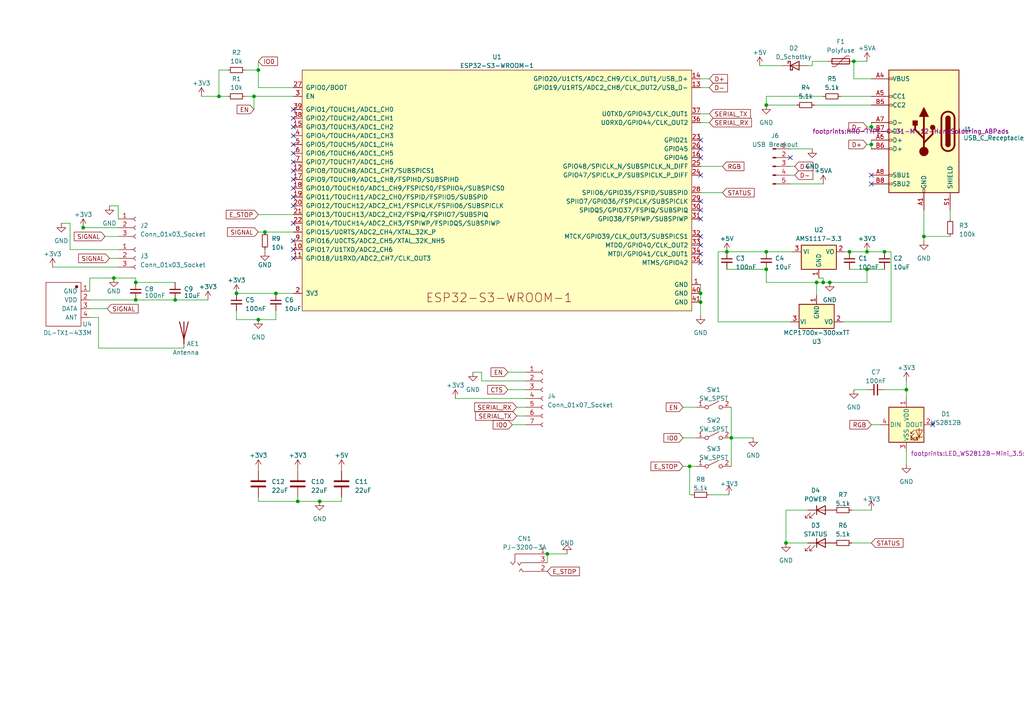
<source format=kicad_sch>
(kicad_sch (version 20230121) (generator eeschema)
  (paper "A4")
  (lib_symbols
    (symbol "Connector:Conn_01x03_Socket" (pin_names (offset 1.016) hide)
      (property "Reference" "J" (at 0 5.08 0))
      (property "Value" "Conn_01x03_Socket" (at 0 -5.08 0))
      (symbol "Conn_01x03_Socket_1_1"
        (arc (start 0 -2.032) (mid -0.5058 -2.54) (end 0 -3.048) (stroke (width 0.1524)))
        (polyline (pts (xy -1.27 -2.54) (xy -0.508 -2.54)) (stroke (width 0.1524)))
        (polyline (pts (xy -1.27 0) (xy -0.508 0)) (stroke (width 0.1524)))
        (polyline (pts (xy -1.27 2.54) (xy -0.508 2.54)) (stroke (width 0.1524)))
        (arc (start 0 0.508) (mid -0.5058 0) (end 0 -0.508) (stroke (width 0.1524)))
        (arc (start 0 3.048) (mid -0.5058 2.54) (end 0 2.032) (stroke (width 0.1524)))
        (pin passive line (at -5.08 2.54 0) (length 3.81) (name "Pin_1") (number "1"))
        (pin passive line (at -5.08 0 0) (length 3.81) (name "Pin_2") (number "2"))
        (pin passive line (at -5.08 -2.54 0) (length 3.81) (name "Pin_3") (number "3"))
      )
    )
    (symbol "Connector:Conn_01x05_Pin" (pin_names (offset 1.016) hide)
      (property "Reference" "J" (at 0 7.62 0))
      (property "Value" "Conn_01x05_Pin" (at 0 -7.62 0))
      (symbol "Conn_01x05_Pin_1_1"
        (polyline (pts (xy 1.27 -5.08) (xy 0.8636 -5.08)) (stroke (width 0.1524)))
        (polyline (pts (xy 1.27 -2.54) (xy 0.8636 -2.54)) (stroke (width 0.1524)))
        (polyline (pts (xy 1.27 0) (xy 0.8636 0)) (stroke (width 0.1524)))
        (polyline (pts (xy 1.27 2.54) (xy 0.8636 2.54)) (stroke (width 0.1524)))
        (polyline (pts (xy 1.27 5.08) (xy 0.8636 5.08)) (stroke (width 0.1524)))
        (rectangle (start 0.8636 -4.953) (end 0 -5.207) (stroke (width 0.1524)) (fill (type outline)))
        (rectangle (start 0.8636 -2.413) (end 0 -2.667) (stroke (width 0.1524)) (fill (type outline)))
        (rectangle (start 0.8636 0.127) (end 0 -0.127) (stroke (width 0.1524)) (fill (type outline)))
        (rectangle (start 0.8636 2.667) (end 0 2.413) (stroke (width 0.1524)) (fill (type outline)))
        (rectangle (start 0.8636 5.207) (end 0 4.953) (stroke (width 0.1524)) (fill (type outline)))
        (pin passive line (at 5.08 5.08 180) (length 3.81) (name "Pin_1") (number "1"))
        (pin passive line (at 5.08 2.54 180) (length 3.81) (name "Pin_2") (number "2"))
        (pin passive line (at 5.08 0 180) (length 3.81) (name "Pin_3") (number "3"))
        (pin passive line (at 5.08 -2.54 180) (length 3.81) (name "Pin_4") (number "4"))
        (pin passive line (at 5.08 -5.08 180) (length 3.81) (name "Pin_5") (number "5"))
      )
    )
    (symbol "Connector:Conn_01x07_Socket" (pin_names (offset 1.016) hide)
      (property "Reference" "J" (at 0 10.16 0))
      (property "Value" "Conn_01x07_Socket" (at 0 -10.16 0))
      (symbol "Conn_01x07_Socket_1_1"
        (arc (start 0 -7.112) (mid -0.5058 -7.62) (end 0 -8.128) (stroke (width 0.1524)))
        (arc (start 0 -4.572) (mid -0.5058 -5.08) (end 0 -5.588) (stroke (width 0.1524)))
        (arc (start 0 -2.032) (mid -0.5058 -2.54) (end 0 -3.048) (stroke (width 0.1524)))
        (polyline (pts (xy -1.27 -7.62) (xy -0.508 -7.62)) (stroke (width 0.1524)))
        (polyline (pts (xy -1.27 -5.08) (xy -0.508 -5.08)) (stroke (width 0.1524)))
        (polyline (pts (xy -1.27 -2.54) (xy -0.508 -2.54)) (stroke (width 0.1524)))
        (polyline (pts (xy -1.27 0) (xy -0.508 0)) (stroke (width 0.1524)))
        (polyline (pts (xy -1.27 2.54) (xy -0.508 2.54)) (stroke (width 0.1524)))
        (polyline (pts (xy -1.27 5.08) (xy -0.508 5.08)) (stroke (width 0.1524)))
        (polyline (pts (xy -1.27 7.62) (xy -0.508 7.62)) (stroke (width 0.1524)))
        (arc (start 0 0.508) (mid -0.5058 0) (end 0 -0.508) (stroke (width 0.1524)))
        (arc (start 0 3.048) (mid -0.5058 2.54) (end 0 2.032) (stroke (width 0.1524)))
        (arc (start 0 5.588) (mid -0.5058 5.08) (end 0 4.572) (stroke (width 0.1524)))
        (arc (start 0 8.128) (mid -0.5058 7.62) (end 0 7.112) (stroke (width 0.1524)))
        (pin passive line (at -5.08 7.62 0) (length 3.81) (name "Pin_1") (number "1"))
        (pin passive line (at -5.08 5.08 0) (length 3.81) (name "Pin_2") (number "2"))
        (pin passive line (at -5.08 2.54 0) (length 3.81) (name "Pin_3") (number "3"))
        (pin passive line (at -5.08 0 0) (length 3.81) (name "Pin_4") (number "4"))
        (pin passive line (at -5.08 -2.54 0) (length 3.81) (name "Pin_5") (number "5"))
        (pin passive line (at -5.08 -5.08 0) (length 3.81) (name "Pin_6") (number "6"))
        (pin passive line (at -5.08 -7.62 0) (length 3.81) (name "Pin_7") (number "7"))
      )
    )
    (symbol "Connector:USB_C_Receptacle_USB2.0" (pin_names (offset 1.016))
      (property "Reference" "J" (at -10.16 19.05 0))
      (property "Value" "USB_C_Receptacle_USB2.0" (at 19.05 19.05 0))
      (symbol "USB_C_Receptacle_USB2.0_0_0"
        (rectangle (start -0.254 -17.78) (end 0.254 -16.764))
        (rectangle (start 10.16 -14.986) (end 9.144 -15.494))
        (rectangle (start 10.16 -12.446) (end 9.144 -12.954))
        (rectangle (start 10.16 -4.826) (end 9.144 -5.334))
        (rectangle (start 10.16 -2.286) (end 9.144 -2.794))
        (rectangle (start 10.16 0.254) (end 9.144 -0.254))
        (rectangle (start 10.16 2.794) (end 9.144 2.286))
        (rectangle (start 10.16 7.874) (end 9.144 7.366))
        (rectangle (start 10.16 10.414) (end 9.144 9.906))
        (rectangle (start 10.16 15.494) (end 9.144 14.986))
      )
      (symbol "USB_C_Receptacle_USB2.0_0_1"
        (rectangle (start -10.16 17.78) (end 10.16 -17.78) (stroke (width 0.254)) (fill (type background)))
        (arc (start -8.89 -3.81) (mid -6.985 -5.7067) (end -5.08 -3.81) (stroke (width 0.508)))
        (arc (start -7.62 -3.81) (mid -6.985 -4.4423) (end -6.35 -3.81) (stroke (width 0.254)))
        (arc (start -7.62 -3.81) (mid -6.985 -4.4423) (end -6.35 -3.81) (stroke (width 0.254)) (fill (type outline)))
        (rectangle (start -7.62 -3.81) (end -6.35 3.81) (stroke (width 0.254)) (fill (type outline)))
        (arc (start -6.35 3.81) (mid -6.985 4.4423) (end -7.62 3.81) (stroke (width 0.254)))
        (arc (start -6.35 3.81) (mid -6.985 4.4423) (end -7.62 3.81) (stroke (width 0.254)) (fill (type outline)))
        (arc (start -5.08 3.81) (mid -6.985 5.7067) (end -8.89 3.81) (stroke (width 0.508)))
        (circle (center -2.54 1.143) (radius 0.635) (stroke (width 0.254)) (fill (type outline)))
        (circle (center 0 -5.842) (radius 1.27) (fill (type outline)))
        (polyline (pts (xy -8.89 -3.81) (xy -8.89 3.81)) (stroke (width 0.508)))
        (polyline (pts (xy -5.08 3.81) (xy -5.08 -3.81)) (stroke (width 0.508)))
        (polyline (pts (xy 0 -5.842) (xy 0 4.318)) (stroke (width 0.508)))
        (polyline (pts (xy 0 -3.302) (xy -2.54 -0.762) (xy -2.54 0.508)) (stroke (width 0.508)))
        (polyline (pts (xy 0 -2.032) (xy 2.54 0.508) (xy 2.54 1.778)) (stroke (width 0.508)))
        (polyline (pts (xy -1.27 4.318) (xy 0 6.858) (xy 1.27 4.318) (xy -1.27 4.318)) (stroke (width 0.254)) (fill (type outline)))
        (rectangle (start 1.905 1.778) (end 3.175 3.048) (stroke (width 0.254)) (fill (type outline)))
      )
      (symbol "USB_C_Receptacle_USB2.0_1_1"
        (pin passive line (at 0 -22.86 90) (length 5.08) (name "GND") (number "A1"))
        (pin passive line (at 0 -22.86 90) (length 5.08) hide (name "GND") (number "A12"))
        (pin passive line (at 15.24 15.24 180) (length 5.08) (name "VBUS") (number "A4"))
        (pin bidirectional line (at 15.24 10.16 180) (length 5.08) (name "CC1") (number "A5"))
        (pin bidirectional line (at 15.24 -2.54 180) (length 5.08) (name "D+") (number "A6"))
        (pin bidirectional line (at 15.24 2.54 180) (length 5.08) (name "D-") (number "A7"))
        (pin bidirectional line (at 15.24 -12.7 180) (length 5.08) (name "SBU1") (number "A8"))
        (pin passive line (at 15.24 15.24 180) (length 5.08) hide (name "VBUS") (number "A9"))
        (pin passive line (at 0 -22.86 90) (length 5.08) hide (name "GND") (number "B1"))
        (pin passive line (at 0 -22.86 90) (length 5.08) hide (name "GND") (number "B12"))
        (pin passive line (at 15.24 15.24 180) (length 5.08) hide (name "VBUS") (number "B4"))
        (pin bidirectional line (at 15.24 7.62 180) (length 5.08) (name "CC2") (number "B5"))
        (pin bidirectional line (at 15.24 -5.08 180) (length 5.08) (name "D+") (number "B6"))
        (pin bidirectional line (at 15.24 0 180) (length 5.08) (name "D-") (number "B7"))
        (pin bidirectional line (at 15.24 -15.24 180) (length 5.08) (name "SBU2") (number "B8"))
        (pin passive line (at 15.24 15.24 180) (length 5.08) hide (name "VBUS") (number "B9"))
        (pin passive line (at -7.62 -22.86 90) (length 5.08) (name "SHIELD") (number "S1"))
      )
    )
    (symbol "Device:Antenna" (pin_numbers hide) (pin_names (offset 1.016) hide)
      (property "Reference" "AE" (at -1.905 1.905 0))
      (property "Value" "Antenna" (at -1.905 0 0))
      (symbol "Antenna_0_1"
        (polyline (pts (xy 0 2.54) (xy 0 -3.81)) (stroke (width 0.254)))
        (polyline (pts (xy 1.27 2.54) (xy 0 -2.54) (xy -1.27 2.54)) (stroke (width 0.254)))
      )
      (symbol "Antenna_1_1"
        (pin input line (at 0 -5.08 90) (length 2.54) (name "A") (number "1"))
      )
    )
    (symbol "Device:C" (pin_numbers hide) (pin_names (offset 0.254))
      (property "Reference" "C" (at 0.635 2.54 0))
      (property "Value" "C" (at 0.635 -2.54 0))
      (symbol "C_0_1"
        (polyline (pts (xy -2.032 -0.762) (xy 2.032 -0.762)) (stroke (width 0.508)))
        (polyline (pts (xy -2.032 0.762) (xy 2.032 0.762)) (stroke (width 0.508)))
      )
      (symbol "C_1_1"
        (pin passive line (at 0 3.81 270) (length 2.794) (name "~") (number "1"))
        (pin passive line (at 0 -3.81 90) (length 2.794) (name "~") (number "2"))
      )
    )
    (symbol "Device:C_Small" (pin_numbers hide) (pin_names (offset 0.254) hide)
      (property "Reference" "C" (at 0.254 1.778 0))
      (property "Value" "C_Small" (at 0.254 -2.032 0))
      (symbol "C_Small_0_1"
        (polyline (pts (xy -1.524 -0.508) (xy 1.524 -0.508)) (stroke (width 0.3302)))
        (polyline (pts (xy -1.524 0.508) (xy 1.524 0.508)) (stroke (width 0.3048)))
      )
      (symbol "C_Small_1_1"
        (pin passive line (at 0 2.54 270) (length 2.032) (name "~") (number "1"))
        (pin passive line (at 0 -2.54 90) (length 2.032) (name "~") (number "2"))
      )
    )
    (symbol "Device:D_Schottky" (pin_numbers hide) (pin_names (offset 1.016) hide)
      (property "Reference" "D" (at 0 2.54 0))
      (property "Value" "D_Schottky" (at 0 -2.54 0))
      (symbol "D_Schottky_0_1"
        (polyline (pts (xy 1.27 0) (xy -1.27 0)))
        (polyline (pts (xy 1.27 1.27) (xy 1.27 -1.27) (xy -1.27 0) (xy 1.27 1.27)) (stroke (width 0.254)))
        (polyline (pts (xy -1.905 0.635) (xy -1.905 1.27) (xy -1.27 1.27) (xy -1.27 -1.27) (xy -0.635 -1.27) (xy -0.635 -0.635)) (stroke (width 0.254)))
      )
      (symbol "D_Schottky_1_1"
        (pin passive line (at -3.81 0 0) (length 2.54) (name "K") (number "1"))
        (pin passive line (at 3.81 0 180) (length 2.54) (name "A") (number "2"))
      )
    )
    (symbol "Device:LED" (pin_numbers hide) (pin_names (offset 1.016) hide)
      (property "Reference" "D" (at 0 2.54 0))
      (property "Value" "LED" (at 0 -2.54 0))
      (symbol "LED_0_1"
        (polyline (pts (xy -1.27 -1.27) (xy -1.27 1.27)) (stroke (width 0.254)))
        (polyline (pts (xy -1.27 0) (xy 1.27 0)))
        (polyline (pts (xy 1.27 -1.27) (xy 1.27 1.27) (xy -1.27 0) (xy 1.27 -1.27)) (stroke (width 0.254)))
        (polyline (pts (xy -3.048 -0.762) (xy -4.572 -2.286) (xy -3.81 -2.286) (xy -4.572 -2.286) (xy -4.572 -1.524)))
        (polyline (pts (xy -1.778 -0.762) (xy -3.302 -2.286) (xy -2.54 -2.286) (xy -3.302 -2.286) (xy -3.302 -1.524)))
      )
      (symbol "LED_1_1"
        (pin passive line (at -3.81 0 0) (length 2.54) (name "K") (number "1"))
        (pin passive line (at 3.81 0 180) (length 2.54) (name "A") (number "2"))
      )
    )
    (symbol "Device:Polyfuse" (pin_numbers hide) (pin_names (offset 0))
      (property "Reference" "F" (at -2.54 0 90))
      (property "Value" "Polyfuse" (at 2.54 0 90))
      (symbol "Polyfuse_0_1"
        (rectangle (start -0.762 2.54) (end 0.762 -2.54) (stroke (width 0.254)))
        (polyline (pts (xy 0 2.54) (xy 0 -2.54)))
        (polyline (pts (xy -1.524 2.54) (xy -1.524 1.524) (xy 1.524 -1.524) (xy 1.524 -2.54)))
      )
      (symbol "Polyfuse_1_1"
        (pin passive line (at 0 3.81 270) (length 1.27) (name "~") (number "1"))
        (pin passive line (at 0 -3.81 90) (length 1.27) (name "~") (number "2"))
      )
    )
    (symbol "Device:R_Small" (pin_numbers hide) (pin_names (offset 0.254) hide)
      (property "Reference" "R" (at 0.762 0.508 0))
      (property "Value" "R_Small" (at 0.762 -1.016 0))
      (symbol "R_Small_0_1"
        (rectangle (start -0.762 1.778) (end 0.762 -1.778) (stroke (width 0.2032)))
      )
      (symbol "R_Small_1_1"
        (pin passive line (at 0 2.54 270) (length 0.762) (name "~") (number "1"))
        (pin passive line (at 0 -2.54 90) (length 0.762) (name "~") (number "2"))
      )
    )
    (symbol "Espressif:ESP32-S3-WROOM-1" (pin_names (offset 1.016))
      (property "Reference" "U" (at 0 35.56 0))
      (property "Value" "ESP32-S3-WROOM-1" (at 0 -36.83 0))
      (symbol "ESP32-S3-WROOM-1_0_0"
        (rectangle (start -57.15 34.29) (end 55.88 -35.56) (fill (type background)))
        (text "ESP32-S3-WROOM-1" (at 0 -31.75 0) (effects (font (size 2.54 2.54))))
        (pin power_in line (at 58.42 -27.94 180) (length 2.54) (name "GND") (number "1"))
        (pin bidirectional line (at -59.69 -17.78 0) (length 2.54) (name "GPIO17/U1TXD/ADC2_CH6") (number "10"))
        (pin bidirectional line (at -59.69 -20.32 0) (length 2.54) (name "GPIO18/U1RXD/ADC2_CH7/CLK_OUT3") (number "11"))
        (pin bidirectional line (at -59.69 5.08 0) (length 2.54) (name "GPIO8/TOUCH8/ADC1_CH7/SUBSPICS1") (number "12"))
        (pin bidirectional line (at 58.42 29.21 180) (length 2.54) (name "GPIO19/U1RTS/ADC2_CH8/CLK_OUT2/USB_D-") (number "13"))
        (pin bidirectional line (at 58.42 31.75 180) (length 2.54) (name "GPIO20/U1CTS/ADC2_CH9/CLK_OUT1/USB_D+") (number "14"))
        (pin bidirectional line (at -59.69 17.78 0) (length 2.54) (name "GPIO3/TOUCH3/ADC1_CH2") (number "15"))
        (pin bidirectional line (at 58.42 8.89 180) (length 2.54) (name "GPIO46") (number "16"))
        (pin bidirectional line (at -59.69 2.54 0) (length 2.54) (name "GPIO9/TOUCH9/ADC1_CH8/FSPIHD/SUBSPIHD") (number "17"))
        (pin bidirectional line (at -59.69 0 0) (length 2.54) (name "GPIO10/TOUCH10/ADC1_CH9/FSPICS0/FSPIIO4/SUBSPICS0") (number "18"))
        (pin bidirectional line (at -59.69 -2.54 0) (length 2.54) (name "GPIO11/TOUCH11/ADC2_CH0/FSPID/FSPIIO5/SUBSPID") (number "19"))
        (pin power_in line (at -59.69 -30.48 0) (length 2.54) (name "3V3") (number "2"))
        (pin bidirectional line (at -59.69 -5.08 0) (length 2.54) (name "GPIO12/TOUCH12/ADC2_CH1/FSPICLK/FSPIIO6/SUBSPICLK") (number "20"))
        (pin bidirectional line (at -59.69 -7.62 0) (length 2.54) (name "GPIO13/TOUCH13/ADC2_CH2/FSPIQ/FSPIIO7/SUBSPIQ") (number "21"))
        (pin bidirectional line (at -59.69 -10.16 0) (length 2.54) (name "GPIO14/TOUCH14/ADC2_CH3/FSPIWP/FSPIDQS/SUBSPIWP") (number "22"))
        (pin bidirectional line (at 58.42 13.97 180) (length 2.54) (name "GPIO21") (number "23"))
        (pin bidirectional line (at 58.42 3.81 180) (length 2.54) (name "GPIO47/SPICLK_P/SUBSPICLK_P_DIFF") (number "24"))
        (pin bidirectional line (at 58.42 6.35 180) (length 2.54) (name "GPIO48/SPICLK_N/SUBSPICLK_N_DIFF") (number "25"))
        (pin bidirectional line (at 58.42 11.43 180) (length 2.54) (name "GPIO45") (number "26"))
        (pin bidirectional line (at -59.69 29.21 0) (length 2.54) (name "GPIO0/BOOT") (number "27"))
        (pin bidirectional line (at 58.42 -1.27 180) (length 2.54) (name "SPIIO6/GPIO35/FSPID/SUBSPID") (number "28"))
        (pin bidirectional line (at 58.42 -3.81 180) (length 2.54) (name "SPIIO7/GPIO36/FSPICLK/SUBSPICLK") (number "29"))
        (pin input line (at -59.69 26.67 0) (length 2.54) (name "EN") (number "3"))
        (pin bidirectional line (at 58.42 -6.35 180) (length 2.54) (name "SPIDQS/GPIO37/FSPIQ/SUBSPIQ") (number "30"))
        (pin bidirectional line (at 58.42 -8.89 180) (length 2.54) (name "GPIO38/FSPIWP/SUBSPIWP") (number "31"))
        (pin bidirectional line (at 58.42 -13.97 180) (length 2.54) (name "MTCK/GPIO39/CLK_OUT3/SUBSPICS1") (number "32"))
        (pin bidirectional line (at 58.42 -16.51 180) (length 2.54) (name "MTDO/GPIO40/CLK_OUT2") (number "33"))
        (pin bidirectional line (at 58.42 -19.05 180) (length 2.54) (name "MTDI/GPIO41/CLK_OUT1") (number "34"))
        (pin bidirectional line (at 58.42 -21.59 180) (length 2.54) (name "MTMS/GPIO42") (number "35"))
        (pin bidirectional line (at 58.42 19.05 180) (length 2.54) (name "U0RXD/GPIO44/CLK_OUT2") (number "36"))
        (pin bidirectional line (at 58.42 21.59 180) (length 2.54) (name "U0TXD/GPIO43/CLK_OUT1") (number "37"))
        (pin bidirectional line (at -59.69 20.32 0) (length 2.54) (name "GPIO2/TOUCH2/ADC1_CH1") (number "38"))
        (pin bidirectional line (at -59.69 22.86 0) (length 2.54) (name "GPIO1/TOUCH1/ADC1_CH0") (number "39"))
        (pin bidirectional line (at -59.69 15.24 0) (length 2.54) (name "GPIO4/TOUCH4/ADC1_CH3") (number "4"))
        (pin power_in line (at 58.42 -30.48 180) (length 2.54) (name "GND") (number "40"))
        (pin power_in line (at 58.42 -33.02 180) (length 2.54) (name "GND") (number "41"))
        (pin bidirectional line (at -59.69 12.7 0) (length 2.54) (name "GPIO5/TOUCH5/ADC1_CH4") (number "5"))
        (pin bidirectional line (at -59.69 10.16 0) (length 2.54) (name "GPIO6/TOUCH6/ADC1_CH5") (number "6"))
        (pin bidirectional line (at -59.69 7.62 0) (length 2.54) (name "GPIO7/TOUCH7/ADC1_CH6") (number "7"))
        (pin bidirectional line (at -59.69 -12.7 0) (length 2.54) (name "GPIO15/U0RTS/ADC2_CH4/XTAL_32K_P") (number "8"))
        (pin bidirectional line (at -59.69 -15.24 0) (length 2.54) (name "GPIO16/U0CTS/ADC2_CH5/XTAL_32K_NH5") (number "9"))
      )
    )
    (symbol "LED:WS2812B" (pin_names (offset 0.254))
      (property "Reference" "D" (at 5.08 5.715 0))
      (property "Value" "WS2812B" (at 1.27 -5.715 0))
      (symbol "WS2812B_0_0"
        (text "RGB" (at 2.286 -4.191 0) (effects (font (size 0.762 0.762))))
      )
      (symbol "WS2812B_0_1"
        (polyline (pts (xy 1.27 -3.556) (xy 1.778 -3.556)))
        (polyline (pts (xy 1.27 -2.54) (xy 1.778 -2.54)))
        (polyline (pts (xy 4.699 -3.556) (xy 2.667 -3.556)))
        (polyline (pts (xy 2.286 -2.54) (xy 1.27 -3.556) (xy 1.27 -3.048)))
        (polyline (pts (xy 2.286 -1.524) (xy 1.27 -2.54) (xy 1.27 -2.032)))
        (polyline (pts (xy 3.683 -1.016) (xy 3.683 -3.556) (xy 3.683 -4.064)))
        (polyline (pts (xy 4.699 -1.524) (xy 2.667 -1.524) (xy 3.683 -3.556) (xy 4.699 -1.524)))
        (rectangle (start 5.08 5.08) (end -5.08 -5.08) (stroke (width 0.254)) (fill (type background)))
      )
      (symbol "WS2812B_1_1"
        (pin power_in line (at 0 7.62 270) (length 2.54) (name "VDD") (number "1"))
        (pin output line (at 7.62 0 180) (length 2.54) (name "DOUT") (number "2"))
        (pin power_in line (at 0 -7.62 90) (length 2.54) (name "VSS") (number "3"))
        (pin input line (at -7.62 0 0) (length 2.54) (name "DIN") (number "4"))
      )
    )
    (symbol "Regulator_Linear:AMS1117-3.3"
      (property "Reference" "U" (at -3.81 3.175 0))
      (property "Value" "AMS1117-3.3" (at 0 3.175 0))
      (symbol "AMS1117-3.3_0_1"
        (rectangle (start -5.08 -5.08) (end 5.08 1.905) (stroke (width 0.254)) (fill (type background)))
      )
      (symbol "AMS1117-3.3_1_1"
        (pin power_in line (at 0 -7.62 90) (length 2.54) (name "GND") (number "1"))
        (pin power_out line (at 7.62 0 180) (length 2.54) (name "VO") (number "2"))
        (pin power_in line (at -7.62 0 0) (length 2.54) (name "VI") (number "3"))
      )
    )
    (symbol "Regulator_Linear:MCP1700x-300xxTT" (pin_names (offset 0.254))
      (property "Reference" "U" (at -3.81 3.175 0))
      (property "Value" "MCP1700x-300xxTT" (at 0 3.175 0))
      (symbol "MCP1700x-300xxTT_0_1"
        (rectangle (start -5.08 1.905) (end 5.08 -5.08) (stroke (width 0.254)) (fill (type background)))
      )
      (symbol "MCP1700x-300xxTT_1_1"
        (pin power_in line (at 0 -7.62 90) (length 2.54) (name "GND") (number "1"))
        (pin power_out line (at 7.62 0 180) (length 2.54) (name "VO") (number "2"))
        (pin power_in line (at -7.62 0 0) (length 2.54) (name "VI") (number "3"))
      )
    )
    (symbol "Switch:SW_SPST" (pin_names (offset 0) hide)
      (property "Reference" "SW" (at 0 3.175 0))
      (property "Value" "SW_SPST" (at 0 -2.54 0))
      (symbol "SW_SPST_0_0"
        (circle (center -2.032 0) (radius 0.508))
        (polyline (pts (xy -1.524 0.254) (xy 1.524 1.778)))
        (circle (center 2.032 0) (radius 0.508))
      )
      (symbol "SW_SPST_1_1"
        (pin passive line (at -5.08 0 0) (length 2.54) (name "A") (number "1"))
        (pin passive line (at 5.08 0 180) (length 2.54) (name "B") (number "2"))
      )
    )
    (symbol "kicad_lceda:DL-TX1-433M" (pin_names (offset 1.016))
      (property "Reference" "U" (at 0 7.62 0))
      (property "Value" "DL-TX1-433M" (at 0 12.7 0))
      (symbol "DL-TX1-433M_1_1"
        (rectangle (start -5.08 5.08) (end 5.08 -7.62) (stroke (width 0.1524)))
        (circle (center -3.81 3.81) (radius 0.381) (stroke (width 0.1524)) (fill (type outline)))
        (pin input line (at -7.62 2.54 0) (length 2.54) (name "GND") (number "1"))
        (pin input line (at -7.62 0 0) (length 2.54) (name "VDD") (number "2"))
        (pin input line (at -7.62 -2.54 0) (length 2.54) (name "DATA") (number "3"))
        (pin input line (at -7.62 -5.08 0) (length 2.54) (name "ANT") (number "4"))
      )
    )
    (symbol "kicad_lceda:PJ-3200-3A" (pin_names (offset 1.016) hide)
      (property "Reference" "CN" (at 0 7.6962 0))
      (property "Value" "PJ-3200-3A" (at 0 12.7762 0))
      (symbol "PJ-3200-3A_1_1"
        (bezier (pts (xy -6.858 0.254) (xy -7.62 -0.762) (xy -7.366 -0.762) (xy -8.128 0.254)) (stroke (width 0.1524)))
        (polyline (pts (xy 0 -2.54) (xy -4.572 -2.54) (xy -5.08 -1.778) (xy -5.588 -2.54)) (stroke (width 0.1524)))
        (polyline (pts (xy 0 0) (xy -5.08 0) (xy -5.588 -0.762) (xy -6.096 0)) (stroke (width 0.1524)))
        (polyline (pts (xy 0 2.54) (xy -6.858 2.54) (xy -6.858 0.254) (xy -6.858 0.508)) (stroke (width 0.1524)))
        (pin input line (at 2.54 2.54 180) (length 2.54) (name "1") (number "1"))
        (pin input line (at 2.54 -2.54 180) (length 2.54) (name "2") (number "2"))
        (pin input line (at 2.54 0 180) (length 2.54) (name "3") (number "3"))
      )
    )
    (symbol "power:+3V3" (power) (pin_names (offset 0))
      (property "Value" "+3V3" (at 0 3.556 0))
      (symbol "+3V3_0_1"
        (polyline (pts (xy -0.762 1.27) (xy 0 2.54)))
        (polyline (pts (xy 0 0) (xy 0 2.54)))
        (polyline (pts (xy 0 2.54) (xy 0.762 1.27)))
      )
      (symbol "+3V3_1_1"
        (pin power_in line (at 0 0 90) (length 0) hide (name "+3V3") (number "1"))
      )
    )
    (symbol "power:+5V" (power) (pin_names (offset 0))
      (property "Value" "+5V" (at 0 3.556 0))
      (symbol "+5V_0_1"
        (polyline (pts (xy -0.762 1.27) (xy 0 2.54)))
        (polyline (pts (xy 0 0) (xy 0 2.54)))
        (polyline (pts (xy 0 2.54) (xy 0.762 1.27)))
      )
      (symbol "+5V_1_1"
        (pin power_in line (at 0 0 90) (length 0) hide (name "+5V") (number "1"))
      )
    )
    (symbol "power:+5VA" (power) (pin_names (offset 0))
      (property "Value" "+5VA" (at 0 3.556 0))
      (symbol "+5VA_0_1"
        (polyline (pts (xy -0.762 1.27) (xy 0 2.54)))
        (polyline (pts (xy 0 0) (xy 0 2.54)))
        (polyline (pts (xy 0 2.54) (xy 0.762 1.27)))
      )
      (symbol "+5VA_1_1"
        (pin power_in line (at 0 0 90) (length 0) hide (name "+5VA") (number "1"))
      )
    )
    (symbol "power:GND" (power) (pin_names (offset 0))
      (property "Value" "GND" (at 0 -3.81 0))
      (symbol "GND_0_1"
        (polyline (pts (xy 0 0) (xy 0 -1.27) (xy 1.27 -1.27) (xy 0 -2.54) (xy -1.27 -1.27) (xy 0 -1.27)))
      )
      (symbol "GND_1_1"
        (pin power_in line (at 0 0 270) (length 0) hide (name "GND") (number "1"))
      )
    )
  )
  (junction (at 86.36 145.415))
  (junction (at 50.8 86.995))
  (junction (at 262.89 113.03))
  (junction (at 238.76 81.915))
  (junction (at 222.25 30.48))
  (junction (at 240.665 81.915))
  (junction (at 158.75 160.655))
  (junction (at 203.2 87.63))
  (junction (at 68.58 85.09))
  (junction (at 252.73 36.83))
  (junction (at 246.38 73.025))
  (junction (at 251.46 78.105))
  (junction (at 203.2 85.09))
  (junction (at 212.09 127))
  (junction (at 76.835 67.31))
  (junction (at 200.025 135.255))
  (junction (at 39.37 86.995))
  (junction (at 267.97 68.58))
  (junction (at 74.93 92.71))
  (junction (at 92.71 145.415))
  (junction (at 24.13 66.04))
  (junction (at 73.66 27.94))
  (junction (at 251.46 73.025))
  (junction (at 247.65 17.78))
  (junction (at 33.02 80.645))
  (junction (at 227.965 157.48))
  (junction (at 210.82 73.025))
  (junction (at 236.855 81.915))
  (junction (at 74.93 20.32))
  (junction (at 256.54 73.025))
  (junction (at 222.25 73.025))
  (junction (at 222.25 78.105))
  (junction (at 63.5 27.94))
  (junction (at 80.01 85.09))
  (junction (at 252.73 41.91))
  (junction (at 39.37 81.915))
  (no_connect (at 85.09 57.15))
  (no_connect (at 85.09 52.07))
  (no_connect (at 270.51 123.19))
  (no_connect (at 85.09 49.53))
  (no_connect (at 85.09 34.29))
  (no_connect (at 85.09 74.93))
  (no_connect (at 85.09 31.75))
  (no_connect (at 85.09 39.37))
  (no_connect (at 203.2 43.18))
  (no_connect (at 85.09 64.77))
  (no_connect (at 203.2 71.12))
  (no_connect (at 252.73 50.8))
  (no_connect (at 203.2 58.42))
  (no_connect (at 203.2 73.66))
  (no_connect (at 203.2 63.5))
  (no_connect (at 85.09 36.83))
  (no_connect (at 85.09 44.45))
  (no_connect (at 85.09 59.69))
  (no_connect (at 203.2 76.2))
  (no_connect (at 203.2 60.96))
  (no_connect (at 85.09 69.85))
  (no_connect (at 85.09 41.91))
  (no_connect (at 229.235 45.72))
  (no_connect (at 85.09 72.39))
  (no_connect (at 252.73 53.34))
  (no_connect (at 203.2 50.8))
  (no_connect (at 85.09 54.61))
  (no_connect (at 85.09 46.99))
  (no_connect (at 203.2 68.58))
  (no_connect (at 203.2 40.64))
  (no_connect (at 203.2 45.72))
  (wire (pts (xy 74.93 17.78) (xy 74.93 20.32)))
  (wire (pts (xy 205.74 22.86) (xy 203.2 22.86)))
  (wire (pts (xy 252.73 36.83) (xy 252.73 38.1)))
  (wire (pts (xy 31.75 74.93) (xy 34.29 74.93)))
  (wire (pts (xy 229.235 53.34) (xy 238.76 53.34)))
  (wire (pts (xy 50.8 86.995) (xy 39.37 86.995)))
  (wire (pts (xy 210.82 73.025) (xy 222.25 73.025)))
  (wire (pts (xy 33.02 80.645) (xy 39.37 80.645)))
  (wire (pts (xy 28.575 92.075) (xy 26.035 92.075)))
  (wire (pts (xy 71.12 27.94) (xy 73.66 27.94)))
  (wire (pts (xy 236.22 30.48) (xy 252.73 30.48)))
  (wire (pts (xy 252.73 40.64) (xy 252.73 41.91)))
  (wire (pts (xy 86.36 145.415) (xy 92.71 145.415)))
  (wire (pts (xy 256.54 113.03) (xy 262.89 113.03)))
  (wire (pts (xy 66.04 20.32) (xy 63.5 20.32)))
  (wire (pts (xy 148.59 123.19) (xy 152.4 123.19)))
  (wire (pts (xy 30.48 68.58) (xy 34.29 68.58)))
  (wire (pts (xy 262.89 110.49) (xy 262.89 113.03)))
  (wire (pts (xy 251.46 73.025) (xy 256.54 73.025)))
  (wire (pts (xy 60.325 86.995) (xy 50.8 86.995)))
  (wire (pts (xy 147.32 113.03) (xy 152.4 113.03)))
  (wire (pts (xy 218.44 127) (xy 212.09 127)))
  (wire (pts (xy 262.89 130.81) (xy 262.89 134.62)))
  (wire (pts (xy 198.12 118.11) (xy 201.93 118.11)))
  (wire (pts (xy 203.2 55.88) (xy 209.55 55.88)))
  (wire (pts (xy 229.235 50.8) (xy 230.505 50.8)))
  (wire (pts (xy 247.65 22.86) (xy 252.73 22.86)))
  (wire (pts (xy 198.12 135.255) (xy 200.025 135.255)))
  (wire (pts (xy 76.835 67.31) (xy 85.09 67.31)))
  (wire (pts (xy 137.16 107.95) (xy 139.7 107.95)))
  (wire (pts (xy 63.5 27.94) (xy 66.04 27.94)))
  (wire (pts (xy 203.2 82.55) (xy 203.2 85.09)))
  (wire (pts (xy 24.13 64.77) (xy 24.13 66.04)))
  (wire (pts (xy 205.74 143.51) (xy 211.455 143.51)))
  (wire (pts (xy 74.93 144.145) (xy 74.93 145.415)))
  (wire (pts (xy 251.46 36.83) (xy 252.73 36.83)))
  (wire (pts (xy 158.75 160.655) (xy 158.75 163.195)))
  (wire (pts (xy 229.235 43.18) (xy 235.585 43.18)))
  (wire (pts (xy 227.965 157.48) (xy 234.315 157.48)))
  (wire (pts (xy 205.74 25.4) (xy 203.2 25.4)))
  (wire (pts (xy 164.465 160.655) (xy 158.75 160.655)))
  (wire (pts (xy 149.86 120.65) (xy 152.4 120.65)))
  (wire (pts (xy 63.5 20.32) (xy 63.5 27.94)))
  (wire (pts (xy 238.76 80.645) (xy 238.76 81.915)))
  (wire (pts (xy 31.75 59.69) (xy 34.29 59.69)))
  (wire (pts (xy 267.97 68.58) (xy 267.97 69.85)))
  (wire (pts (xy 99.06 135.89) (xy 99.06 136.525)))
  (wire (pts (xy 222.25 78.105) (xy 222.25 81.915)))
  (wire (pts (xy 200.025 135.255) (xy 201.93 135.255)))
  (wire (pts (xy 198.12 127) (xy 201.93 127)))
  (wire (pts (xy 222.25 27.94) (xy 222.25 30.48)))
  (wire (pts (xy 251.46 78.105) (xy 256.54 78.105)))
  (wire (pts (xy 210.82 78.105) (xy 222.25 78.105)))
  (wire (pts (xy 222.25 81.915) (xy 236.855 81.915)))
  (wire (pts (xy 251.46 41.91) (xy 252.73 41.91)))
  (wire (pts (xy 234.315 19.05) (xy 235.585 19.05)))
  (wire (pts (xy 99.06 145.415) (xy 92.71 145.415)))
  (wire (pts (xy 243.84 27.94) (xy 252.73 27.94)))
  (wire (pts (xy 267.97 60.96) (xy 267.97 68.58)))
  (wire (pts (xy 247.65 113.03) (xy 251.46 113.03)))
  (wire (pts (xy 28.575 100.965) (xy 53.34 100.965)))
  (wire (pts (xy 258.445 93.345) (xy 258.445 73.025)))
  (wire (pts (xy 247.65 17.78) (xy 247.65 22.86)))
  (wire (pts (xy 238.76 81.915) (xy 236.855 81.915)))
  (wire (pts (xy 246.38 78.105) (xy 251.46 78.105)))
  (wire (pts (xy 275.59 60.96) (xy 275.59 63.5)))
  (wire (pts (xy 74.93 135.89) (xy 74.93 136.525)))
  (wire (pts (xy 132.08 115.57) (xy 152.4 115.57)))
  (wire (pts (xy 229.235 93.345) (xy 208.28 93.345)))
  (wire (pts (xy 203.2 85.09) (xy 203.2 87.63)))
  (wire (pts (xy 139.7 110.49) (xy 152.4 110.49)))
  (wire (pts (xy 235.585 17.78) (xy 240.03 17.78)))
  (wire (pts (xy 24.13 66.04) (xy 34.29 66.04)))
  (wire (pts (xy 229.235 48.26) (xy 230.505 48.26)))
  (wire (pts (xy 99.06 144.145) (xy 99.06 145.415)))
  (wire (pts (xy 200.025 143.51) (xy 200.025 135.255)))
  (wire (pts (xy 203.2 33.02) (xy 205.74 33.02)))
  (wire (pts (xy 236.855 81.915) (xy 236.855 85.725)))
  (wire (pts (xy 85.09 25.4) (xy 74.93 25.4)))
  (wire (pts (xy 244.475 93.345) (xy 258.445 93.345)))
  (wire (pts (xy 209.55 48.26) (xy 203.2 48.26)))
  (wire (pts (xy 68.58 92.71) (xy 74.93 92.71)))
  (wire (pts (xy 227.965 147.955) (xy 234.315 147.955)))
  (wire (pts (xy 68.58 85.09) (xy 80.01 85.09)))
  (wire (pts (xy 86.36 135.89) (xy 86.36 136.525)))
  (wire (pts (xy 275.59 68.58) (xy 267.97 68.58)))
  (wire (pts (xy 80.01 90.17) (xy 80.01 92.71)))
  (wire (pts (xy 246.38 73.025) (xy 251.46 73.025)))
  (wire (pts (xy 247.015 147.955) (xy 252.73 147.955)))
  (wire (pts (xy 20.32 64.77) (xy 20.32 72.39)))
  (wire (pts (xy 252.73 41.91) (xy 252.73 43.18)))
  (wire (pts (xy 149.86 118.11) (xy 152.4 118.11)))
  (wire (pts (xy 147.32 107.95) (xy 152.4 107.95)))
  (wire (pts (xy 86.36 144.145) (xy 86.36 145.415)))
  (wire (pts (xy 247.65 17.78) (xy 251.46 17.78)))
  (wire (pts (xy 235.585 19.05) (xy 235.585 17.78)))
  (wire (pts (xy 74.93 67.31) (xy 76.835 67.31)))
  (wire (pts (xy 68.58 90.17) (xy 68.58 92.71)))
  (wire (pts (xy 34.29 59.69) (xy 34.29 63.5)))
  (wire (pts (xy 208.28 73.025) (xy 210.82 73.025)))
  (wire (pts (xy 74.93 145.415) (xy 86.36 145.415)))
  (wire (pts (xy 227.965 147.955) (xy 227.965 157.48)))
  (wire (pts (xy 28.575 92.075) (xy 28.575 100.965)))
  (wire (pts (xy 73.66 27.94) (xy 73.66 31.75)))
  (wire (pts (xy 76.835 73.025) (xy 76.835 72.39)))
  (wire (pts (xy 251.46 81.915) (xy 251.46 78.105)))
  (wire (pts (xy 74.93 25.4) (xy 74.93 20.32)))
  (wire (pts (xy 252.73 123.19) (xy 255.27 123.19)))
  (wire (pts (xy 33.02 80.645) (xy 26.035 80.645)))
  (wire (pts (xy 80.01 85.09) (xy 85.09 85.09)))
  (wire (pts (xy 240.665 81.915) (xy 251.46 81.915)))
  (wire (pts (xy 39.37 86.995) (xy 26.035 86.995)))
  (wire (pts (xy 222.25 73.025) (xy 229.87 73.025)))
  (wire (pts (xy 26.035 80.645) (xy 26.035 84.455)))
  (wire (pts (xy 74.93 20.32) (xy 71.12 20.32)))
  (wire (pts (xy 203.2 87.63) (xy 203.2 91.44)))
  (wire (pts (xy 212.09 127) (xy 212.09 135.255)))
  (wire (pts (xy 80.01 92.71) (xy 74.93 92.71)))
  (wire (pts (xy 205.74 35.56) (xy 203.2 35.56)))
  (wire (pts (xy 220.345 19.05) (xy 226.695 19.05)))
  (wire (pts (xy 240.665 81.915) (xy 238.76 81.915)))
  (wire (pts (xy 17.78 64.77) (xy 20.32 64.77)))
  (wire (pts (xy 74.93 62.23) (xy 85.09 62.23)))
  (wire (pts (xy 212.09 118.11) (xy 212.09 127)))
  (wire (pts (xy 31.115 89.535) (xy 26.035 89.535)))
  (wire (pts (xy 238.76 27.94) (xy 222.25 27.94)))
  (wire (pts (xy 139.7 107.95) (xy 139.7 110.49)))
  (wire (pts (xy 15.24 77.47) (xy 34.29 77.47)))
  (wire (pts (xy 39.37 81.915) (xy 50.8 81.915)))
  (wire (pts (xy 258.445 73.025) (xy 256.54 73.025)))
  (wire (pts (xy 208.28 93.345) (xy 208.28 73.025)))
  (wire (pts (xy 252.73 35.56) (xy 252.73 36.83)))
  (wire (pts (xy 222.25 30.48) (xy 231.14 30.48)))
  (wire (pts (xy 200.66 143.51) (xy 200.025 143.51)))
  (wire (pts (xy 238.76 80.645) (xy 237.49 80.645)))
  (wire (pts (xy 20.32 72.39) (xy 34.29 72.39)))
  (wire (pts (xy 245.11 73.025) (xy 246.38 73.025)))
  (wire (pts (xy 262.89 113.03) (xy 262.89 115.57)))
  (wire (pts (xy 39.37 81.915) (xy 39.37 80.645)))
  (wire (pts (xy 58.42 27.94) (xy 63.5 27.94)))
  (wire (pts (xy 252.73 157.48) (xy 247.015 157.48)))
  (wire (pts (xy 73.66 27.94) (xy 85.09 27.94)))
  (global_label "D+" (shape input) (at 251.46 41.91 180) (property "Intersheetrefs" "${INTERSHEET_REFS}" (effects hide)))
  (global_label "STATUS" (shape input) (at 252.73 157.48 0) (property "Intersheetrefs" "${INTERSHEET_REFS}" (effects hide)))
  (global_label "RGB" (shape input) (at 252.73 123.19 180) (property "Intersheetrefs" "${INTERSHEET_REFS}" (effects hide)))
  (global_label "EN" (shape input) (at 147.32 107.95 180) (property "Intersheetrefs" "${INTERSHEET_REFS}" (effects hide)))
  (global_label "CTS" (shape input) (at 147.32 113.03 180) (property "Intersheetrefs" "${INTERSHEET_REFS}" (effects hide)))
  (global_label "D+" (shape input) (at 205.74 22.86 0) (property "Intersheetrefs" "${INTERSHEET_REFS}" (effects hide)))
  (global_label "SERIAL_TX" (shape input) (at 205.74 33.02 0) (property "Intersheetrefs" "${INTERSHEET_REFS}" (effects hide)))
  (global_label "D-" (shape input) (at 205.74 25.4 0) (property "Intersheetrefs" "${INTERSHEET_REFS}" (effects hide)))
  (global_label "SERIAL_RX" (shape input) (at 205.74 35.56 0) (property "Intersheetrefs" "${INTERSHEET_REFS}" (effects hide)))
  (global_label "EN" (shape input) (at 198.12 118.11 180) (property "Intersheetrefs" "${INTERSHEET_REFS}" (effects hide)))
  (global_label "STATUS" (shape input) (at 209.55 55.88 0) (property "Intersheetrefs" "${INTERSHEET_REFS}" (effects hide)))
  (global_label "EN" (shape input) (at 73.66 31.75 180) (property "Intersheetrefs" "${INTERSHEET_REFS}" (effects hide)))
  (global_label "E_STOP" (shape input) (at 158.75 165.735 0) (property "Intersheetrefs" "${INTERSHEET_REFS}" (effects hide)))
  (global_label "IO0" (shape input) (at 74.93 17.78 0) (property "Intersheetrefs" "${INTERSHEET_REFS}" (effects hide)))
  (global_label "D+" (shape input) (at 230.505 48.26 0) (property "Intersheetrefs" "${INTERSHEET_REFS}" (effects hide)))
  (global_label "E_STOP" (shape input) (at 74.93 62.23 180) (property "Intersheetrefs" "${INTERSHEET_REFS}" (effects hide)))
  (global_label "SIGNAL" (shape input) (at 74.93 67.31 180) (property "Intersheetrefs" "${INTERSHEET_REFS}" (effects hide)))
  (global_label "E_STOP" (shape input) (at 198.12 135.255 180) (property "Intersheetrefs" "${INTERSHEET_REFS}" (effects hide)))
  (global_label "SIGNAL" (shape input) (at 30.48 68.58 180) (property "Intersheetrefs" "${INTERSHEET_REFS}" (effects hide)))
  (global_label "IO0" (shape input) (at 148.59 123.19 180) (property "Intersheetrefs" "${INTERSHEET_REFS}" (effects hide)))
  (global_label "SIGNAL" (shape input) (at 31.75 74.93 180) (property "Intersheetrefs" "${INTERSHEET_REFS}" (effects hide)))
  (global_label "D-" (shape input) (at 230.505 50.8 0) (property "Intersheetrefs" "${INTERSHEET_REFS}" (effects hide)))
  (global_label "SIGNAL" (shape input) (at 31.115 89.535 0) (property "Intersheetrefs" "${INTERSHEET_REFS}" (effects hide)))
  (global_label "IO0" (shape input) (at 198.12 127 180) (property "Intersheetrefs" "${INTERSHEET_REFS}" (effects hide)))
  (global_label "SERIAL_TX" (shape input) (at 149.86 120.65 180) (property "Intersheetrefs" "${INTERSHEET_REFS}" (effects hide)))
  (global_label "SERIAL_RX" (shape input) (at 149.86 118.11 180) (property "Intersheetrefs" "${INTERSHEET_REFS}" (effects hide)))
  (global_label "D-" (shape input) (at 251.46 36.83 180) (property "Intersheetrefs" "${INTERSHEET_REFS}" (effects hide)))
  (global_label "RGB" (shape input) (at 209.55 48.26 0) (property "Intersheetrefs" "${INTERSHEET_REFS}" (effects hide)))
  (symbol (lib_id "power:GND") (at 247.65 113.03 0) (unit 1)
    (property "Reference" "#PWR019" (effects hide))
    (property "Value" "GND" (at 247.65 118.11 0))
  )
  (symbol (lib_id "power:GND") (at 235.585 43.18 0) (unit 1)
    (property "Reference" "#PWR023" (effects hide))
    (property "Value" "GND" (at 235.585 48.26 0))
  )
  (symbol (lib_id "Device:C_Small") (at 254 113.03 90) (unit 1)
    (property "Reference" "C7" (at 254.0063 107.95 90))
    (property "Value" "100nF" (at 254.0063 110.49 90))
    (property "Footprint" "Capacitor_SMD:C_0603_1608Metric_Pad1.08x0.95mm_HandSolder" (effects hide))
  )
  (symbol (lib_id "power:+5VA") (at 238.76 53.34 0) (unit 1)
    (property "Reference" "#PWR025" (effects hide))
    (property "Value" "+5VA" (at 238.76 49.53 0))
  )
  (symbol (lib_id "Device:C_Small") (at 210.82 75.565 0) (unit 1)
    (property "Reference" "C3" (at 213.36 74.9363 0) (effects (justify left)))
    (property "Value" "100nF" (at 213.36 77.4763 0) (effects (justify left)))
    (property "Footprint" "Capacitor_SMD:C_0603_1608Metric_Pad1.08x0.95mm_HandSolder" (effects hide))
  )
  (symbol (lib_id "kicad_lceda:DL-TX1-433M") (at 18.415 86.995 0) (mirror y) (unit 1)
    (property "Reference" "U4" (at 26.67 93.98 0) (effects (justify left)))
    (property "Value" "DL-TX1-433M" (at 26.67 96.52 0) (effects (justify left)))
    (property "Footprint" "kicad_lceda:WIELM-TH_DL-TX1-433M" (effects hide))
    (property "Datasheet" "http://www.szlcsc.com/product/details_353418.html" (effects hide))
    (property "SuppliersPartNumber" "C381160" (effects hide))
    (property "uuid" "std:a9d6032d7d124c34850e850e6d051323" (effects hide))
  )
  (symbol (lib_id "power:GND") (at 218.44 127 0) (unit 1)
    (property "Reference" "#PWR020" (effects hide))
    (property "Value" "GND" (at 218.44 132.08 0))
  )
  (symbol (lib_id "power:GND") (at 164.465 160.655 180) (unit 1)
    (property "Reference" "#PWR035" (effects hide))
    (property "Value" "GND" (at 164.465 157.48 0))
  )
  (symbol (lib_id "Device:C_Small") (at 246.38 75.565 0) (unit 1)
    (property "Reference" "C1" (at 248.92 74.9363 0) (effects (justify left)))
    (property "Value" "100nF" (at 248.92 77.4763 0) (effects (justify left)))
    (property "Footprint" "Capacitor_SMD:C_0603_1608Metric_Pad1.08x0.95mm_HandSolder" (effects hide))
  )
  (symbol (lib_id "power:GND") (at 227.965 157.48 0) (unit 1)
    (property "Reference" "#PWR028" (effects hide))
    (property "Value" "GND" (at 227.965 162.56 0))
  )
  (symbol (lib_id "power:GND") (at 222.25 30.48 0) (unit 1)
    (property "Reference" "#PWR05" (effects hide))
    (property "Value" "GND" (at 222.25 35.56 0))
  )
  (symbol (lib_id "Device:R_Small") (at 244.475 157.48 90) (unit 1)
    (property "Reference" "R6" (at 244.475 152.4 90))
    (property "Value" "5.1k" (at 244.475 154.94 90))
    (property "Footprint" "Resistor_SMD:R_0603_1608Metric_Pad0.98x0.95mm_HandSolder" (effects hide))
  )
  (symbol (lib_id "Device:D_Schottky") (at 230.505 19.05 0) (unit 1)
    (property "Reference" "D2" (at 230.1875 13.97 0))
    (property "Value" "D_Schottky" (at 230.1875 16.51 0))
    (property "Footprint" "Diode_SMD:D_SOD-123" (effects hide))
  )
  (symbol (lib_id "power:+3V3") (at 86.36 135.89 0) (unit 1)
    (property "Reference" "#PWR032" (effects hide))
    (property "Value" "+3V3" (at 86.36 132.08 0))
  )
  (symbol (lib_id "Device:R_Small") (at 244.475 147.955 90) (unit 1)
    (property "Reference" "R7" (at 244.475 143.51 90))
    (property "Value" "5.1k" (at 244.475 146.05 90))
    (property "Footprint" "Resistor_SMD:R_0603_1608Metric_Pad0.98x0.95mm_HandSolder" (effects hide))
  )
  (symbol (lib_id "LED:WS2812B") (at 262.89 123.19 0) (unit 1)
    (property "Reference" "D1" (at 274.32 120.0659 0))
    (property "Value" "WS2812B" (at 274.32 122.6059 0))
    (property "Footprint" "footprints:LED_WS2812B-Mini_3.5x3.5mm_P1.75mm" (at 264.16 130.81 0) (effects (justify left top)))
    (property "Datasheet" "https://cdn-shop.adafruit.com/datasheets/WS2812B.pdf" (effects hide))
  )
  (symbol (lib_id "power:+3V3") (at 15.24 77.47 0) (unit 1)
    (property "Reference" "#PWR014" (effects hide))
    (property "Value" "+3V3" (at 15.24 73.66 0))
  )
  (symbol (lib_id "power:+3V3") (at 24.13 66.04 0) (unit 1)
    (property "Reference" "#PWR012" (effects hide))
    (property "Value" "+3V3" (at 24.13 62.23 0))
  )
  (symbol (lib_id "Device:R_Small") (at 76.835 69.85 180) (unit 1)
    (property "Reference" "R9" (at 78.74 69.215 0) (effects (justify right)))
    (property "Value" "10k" (at 78.74 71.755 0) (effects (justify right)))
    (property "Footprint" "Resistor_SMD:R_0603_1608Metric_Pad0.98x0.95mm_HandSolder" (effects hide))
  )
  (symbol (lib_id "power:GND") (at 240.665 81.915 0) (unit 1)
    (property "Reference" "#PWR07" (effects hide))
    (property "Value" "GND" (at 240.665 86.995 0))
  )
  (symbol (lib_id "Switch:SW_SPST") (at 207.01 127 0) (unit 1)
    (property "Reference" "SW2" (at 207.01 121.92 0))
    (property "Value" "SW_SPST" (at 207.01 124.46 0))
    (property "Footprint" "footprints:SW_PUSH_6mm_customized" (effects hide))
  )
  (symbol (lib_id "power:GND") (at 262.89 134.62 0) (unit 1)
    (property "Reference" "#PWR017" (effects hide))
    (property "Value" "GND" (at 262.89 139.7 0))
  )
  (symbol (lib_id "power:+3V3") (at 262.89 110.49 0) (unit 1)
    (property "Reference" "#PWR018" (effects hide))
    (property "Value" "+3V3" (at 262.89 106.68 0))
  )
  (symbol (lib_id "power:GND") (at 74.93 92.71 0) (unit 1)
    (property "Reference" "#PWR010" (effects hide))
    (property "Value" "GND" (at 74.93 97.79 0))
  )
  (symbol (lib_id "power:GND") (at 17.78 64.77 0) (unit 1)
    (property "Reference" "#PWR013" (effects hide))
    (property "Value" "GND" (at 17.78 69.85 0))
  )
  (symbol (lib_id "Device:LED") (at 238.125 147.955 0) (unit 1)
    (property "Reference" "D4" (at 236.5375 142.24 0))
    (property "Value" "POWER" (at 236.5375 144.78 0))
    (property "Footprint" "LED_SMD:LED_0603_1608Metric_Pad1.05x0.95mm_HandSolder" (effects hide))
  )
  (symbol (lib_id "power:+3V3") (at 60.325 86.995 0) (mirror y) (unit 1)
    (property "Reference" "#PWR026" (effects hide))
    (property "Value" "+3V3" (at 60.325 83.185 0))
  )
  (symbol (lib_id "Device:R_Small") (at 68.58 27.94 90) (unit 1)
    (property "Reference" "R1" (at 68.58 22.86 90))
    (property "Value" "10k" (at 68.58 25.4 90))
    (property "Footprint" "Resistor_SMD:R_0603_1608Metric_Pad0.98x0.95mm_HandSolder" (effects hide))
  )
  (symbol (lib_id "Device:C_Small") (at 256.54 75.565 0) (unit 1)
    (property "Reference" "C2" (at 259.08 74.9363 0) (effects (justify left)))
    (property "Value" "10uF" (at 259.08 77.4763 0) (effects (justify left)))
    (property "Footprint" "Capacitor_SMD:C_0603_1608Metric_Pad1.08x0.95mm_HandSolder" (effects hide))
  )
  (symbol (lib_id "Regulator_Linear:AMS1117-3.3") (at 237.49 73.025 0) (unit 1)
    (property "Reference" "U2" (at 237.49 66.675 0))
    (property "Value" "AMS1117-3.3" (at 237.49 69.215 0))
    (property "Footprint" "Package_TO_SOT_SMD:SOT-223-3_TabPin2" (effects hide))
    (property "Datasheet" "http://www.advanced-monolithic.com/pdf/ds1117.pdf" (effects hide))
  )
  (symbol (lib_id "Switch:SW_SPST") (at 207.01 118.11 0) (unit 1)
    (property "Reference" "SW1" (at 207.01 113.03 0))
    (property "Value" "SW_SPST" (at 207.01 115.57 0))
    (property "Footprint" "footprints:SW_PUSH_6mm_customized" (effects hide))
  )
  (symbol (lib_id "power:GND") (at 92.71 145.415 0) (unit 1)
    (property "Reference" "#PWR031" (effects hide))
    (property "Value" "GND" (at 92.71 150.495 0))
  )
  (symbol (lib_id "power:+5V") (at 210.82 73.025 0) (unit 1)
    (property "Reference" "#PWR08" (effects hide))
    (property "Value" "+5V" (at 210.82 69.215 0))
  )
  (symbol (lib_id "Device:R_Small") (at 233.68 30.48 90) (unit 1)
    (property "Reference" "R4" (at 233.68 25.4 90))
    (property "Value" "5.1k" (at 233.68 27.94 90))
    (property "Footprint" "Resistor_SMD:R_0603_1608Metric_Pad0.98x0.95mm_HandSolder" (effects hide))
  )
  (symbol (lib_id "Device:R_Small") (at 68.58 20.32 270) (mirror x) (unit 1)
    (property "Reference" "R2" (at 68.58 15.24 90))
    (property "Value" "10k" (at 68.58 17.78 90))
    (property "Footprint" "Resistor_SMD:R_0603_1608Metric_Pad0.98x0.95mm_HandSolder" (effects hide))
  )
  (symbol (lib_id "power:+5V") (at 220.345 19.05 0) (unit 1)
    (property "Reference" "#PWR06" (effects hide))
    (property "Value" "+5V" (at 220.345 15.24 0))
  )
  (symbol (lib_id "Connector:Conn_01x05_Pin") (at 224.155 48.26 0) (unit 1)
    (property "Reference" "J6" (at 224.79 39.37 0))
    (property "Value" "USB Breakout" (at 224.79 41.91 0))
    (property "Footprint" "Connector_PinSocket_2.54mm:PinSocket_1x05_P2.54mm_Vertical" (effects hide))
  )
  (symbol (lib_id "Switch:SW_SPST") (at 207.01 135.255 0) (unit 1)
    (property "Reference" "SW3" (at 207.01 130.175 0))
    (property "Value" "SW_SPST" (at 207.01 132.715 0))
    (property "Footprint" "Button_Switch_THT:SW_PUSH-12mm" (effects hide))
  )
  (symbol (lib_id "Device:Polyfuse") (at 243.84 17.78 90) (unit 1)
    (property "Reference" "F1" (at 243.84 12.065 90))
    (property "Value" "Polyfuse" (at 243.84 14.605 90))
    (property "Footprint" "Fuse:Fuse_1206_3216Metric_Pad1.42x1.75mm_HandSolder" (effects hide))
  )
  (symbol (lib_id "Device:LED") (at 238.125 157.48 0) (unit 1)
    (property "Reference" "D3" (at 236.5375 152.4 0))
    (property "Value" "STATUS" (at 236.5375 154.94 0))
    (property "Footprint" "LED_SMD:LED_0603_1608Metric_Pad1.05x0.95mm_HandSolder" (effects hide))
  )
  (symbol (lib_id "Device:R_Small") (at 241.3 27.94 90) (unit 1)
    (property "Reference" "R5" (at 241.3 22.86 90))
    (property "Value" "5.1k" (at 241.3 25.4 90))
    (property "Footprint" "Resistor_SMD:R_0603_1608Metric_Pad0.98x0.95mm_HandSolder" (effects hide))
  )
  (symbol (lib_id "power:GND") (at 137.16 107.95 0) (unit 1)
    (property "Reference" "#PWR015" (effects hide))
    (property "Value" "GND" (at 137.16 113.03 0))
  )
  (symbol (lib_id "power:+3V3") (at 58.42 27.94 0) (unit 1)
    (property "Reference" "#PWR03" (effects hide))
    (property "Value" "+3V3" (at 58.42 24.13 0))
  )
  (symbol (lib_id "Device:C") (at 86.36 140.335 0) (unit 1)
    (property "Reference" "C10" (at 90.17 139.7 0) (effects (justify left)))
    (property "Value" "22uF" (at 90.17 142.24 0) (effects (justify left)))
    (property "Footprint" "Capacitor_SMD:C_0805_2012Metric_Pad1.18x1.45mm_HandSolder" (effects hide))
  )
  (symbol (lib_id "Device:C_Small") (at 39.37 84.455 0) (unit 1)
    (property "Reference" "C8" (at 41.91 83.8263 0) (effects (justify left)))
    (property "Value" "100nF" (at 41.91 85.725 0) (effects (justify left)))
    (property "Footprint" "Capacitor_SMD:C_0603_1608Metric_Pad1.08x0.95mm_HandSolder" (effects hide))
  )
  (symbol (lib_id "Connector:Conn_01x03_Socket") (at 39.37 74.93 0) (unit 1)
    (property "Reference" "J3" (at 40.64 74.295 0) (effects (justify left)))
    (property "Value" "Conn_01x03_Socket" (at 40.64 76.835 0) (effects (justify left)))
    (property "Footprint" "Connector_PinSocket_2.54mm:PinSocket_1x03_P2.54mm_Vertical" (effects hide))
  )
  (symbol (lib_id "Device:C_Small") (at 68.58 87.63 0) (unit 1)
    (property "Reference" "C5" (at 71.12 87.0013 0) (effects (justify left)))
    (property "Value" "100nF" (at 71.12 89.5413 0) (effects (justify left)))
    (property "Footprint" "Capacitor_SMD:C_0603_1608Metric_Pad1.08x0.95mm_HandSolder" (effects hide))
  )
  (symbol (lib_id "Connector:Conn_01x03_Socket") (at 39.37 66.04 0) (unit 1)
    (property "Reference" "J2" (at 40.64 65.405 0) (effects (justify left)))
    (property "Value" "Conn_01x03_Socket" (at 40.64 67.945 0) (effects (justify left)))
    (property "Footprint" "Connector_PinSocket_2.54mm:PinSocket_1x03_P2.54mm_Vertical" (effects hide))
  )
  (symbol (lib_id "Regulator_Linear:MCP1700x-300xxTT") (at 236.855 93.345 0) (mirror x) (unit 1)
    (property "Reference" "U3" (at 236.855 99.06 0))
    (property "Value" "MCP1700x-300xxTT" (at 236.855 96.52 0))
    (property "Footprint" "Package_TO_SOT_SMD:SOT-23_Handsoldering" (effects hide))
    (property "Datasheet" "http://ww1.microchip.com/downloads/en/DeviceDoc/20001826D.pdf" (effects hide))
  )
  (symbol (lib_id "Device:R_Small") (at 203.2 143.51 90) (unit 1)
    (property "Reference" "R8" (at 203.2 139.065 90))
    (property "Value" "5.1k" (at 203.2 141.605 90))
    (property "Footprint" "Resistor_SMD:R_0603_1608Metric_Pad0.98x0.95mm_HandSolder" (effects hide))
  )
  (symbol (lib_id "Espressif:ESP32-S3-WROOM-1") (at 144.78 54.61 0) (unit 1)
    (property "Reference" "U1" (at 144.145 16.51 0))
    (property "Value" "ESP32-S3-WROOM-1" (at 144.145 19.05 0))
    (property "Footprint" "RF_Module:ESP32-S3-WROOM-1" (effects hide))
    (property "Datasheet" "https://www.espressif.com/sites/default/files/documentation/esp32-s3-wroom-1_wroom-1u_datasheet_en.pdf" (effects hide))
  )
  (symbol (lib_id "Device:C") (at 99.06 140.335 0) (unit 1)
    (property "Reference" "C11" (at 102.87 139.7 0) (effects (justify left)))
    (property "Value" "22uF" (at 102.87 142.24 0) (effects (justify left)))
    (property "Footprint" "Capacitor_SMD:C_0805_2012Metric_Pad1.18x1.45mm_HandSolder" (effects hide))
  )
  (symbol (lib_id "power:+5VA") (at 251.46 17.78 0) (unit 1)
    (property "Reference" "#PWR024" (effects hide))
    (property "Value" "+5VA" (at 251.46 13.97 0))
  )
  (symbol (lib_id "power:+3V3") (at 74.93 135.89 0) (unit 1)
    (property "Reference" "#PWR034" (effects hide))
    (property "Value" "+3V3" (at 74.93 132.08 0))
  )
  (symbol (lib_id "Device:C_Small") (at 222.25 75.565 0) (unit 1)
    (property "Reference" "C4" (at 224.79 74.9363 0) (effects (justify left)))
    (property "Value" "10uF" (at 224.79 77.4763 0) (effects (justify left)))
    (property "Footprint" "Capacitor_SMD:C_0603_1608Metric_Pad1.08x0.95mm_HandSolder" (effects hide))
  )
  (symbol (lib_id "Connector:Conn_01x07_Socket") (at 157.48 115.57 0) (unit 1)
    (property "Reference" "J4" (at 158.75 114.935 0) (effects (justify left)))
    (property "Value" "Conn_01x07_Socket" (at 158.75 117.475 0) (effects (justify left)))
    (property "Footprint" "footprints:1X07_LOCK" (effects hide))
  )
  (symbol (lib_id "power:+3V3") (at 211.455 143.51 0) (unit 1)
    (property "Reference" "#PWR030" (effects hide))
    (property "Value" "+3V3" (at 211.455 140.335 0))
  )
  (symbol (lib_id "power:+3V3") (at 68.58 85.09 0) (unit 1)
    (property "Reference" "#PWR02" (effects hide))
    (property "Value" "+3V3" (at 68.58 81.28 0))
  )
  (symbol (lib_id "power:+3V3") (at 252.73 147.955 0) (unit 1)
    (property "Reference" "#PWR029" (effects hide))
    (property "Value" "+3V3" (at 252.73 144.78 0))
  )
  (symbol (lib_id "Device:C_Small") (at 80.01 87.63 0) (unit 1)
    (property "Reference" "C6" (at 82.55 87.0013 0) (effects (justify left)))
    (property "Value" "10uF" (at 82.55 89.5413 0) (effects (justify left)))
    (property "Footprint" "Capacitor_SMD:C_0603_1608Metric_Pad1.08x0.95mm_HandSolder" (effects hide))
  )
  (symbol (lib_id "Device:R_Small") (at 275.59 66.04 0) (unit 1)
    (property "Reference" "R3" (at 278.13 65.405 0) (effects (justify left)))
    (property "Value" "100k" (at 278.13 67.945 0) (effects (justify left)))
    (property "Footprint" "Resistor_SMD:R_0603_1608Metric_Pad0.98x0.95mm_HandSolder" (effects hide))
  )
  (symbol (lib_id "kicad_lceda:PJ-3200-3A") (at 156.21 163.195 0) (unit 1)
    (property "Reference" "CN1" (at 152.146 156.21 0))
    (property "Value" "PJ-3200-3A" (at 152.146 158.75 0))
    (property "Footprint" "kicad_lceda:AUDIO-TH_PJ-3200-3A" (effects hide))
    (property "Datasheet" "http://www.szlcsc.com/product/details_746966.html" (effects hide))
    (property "SuppliersPartNumber" "C709202" (effects hide))
    (property "uuid" "std:3646b252d5d947a6bf54ec6583d5b242" (effects hide))
  )
  (symbol (lib_id "Device:Antenna") (at 53.34 95.885 0) (mirror y) (unit 1)
    (property "Reference" "AE1" (at 57.785 99.695 0) (effects (justify left)))
    (property "Value" "Antenna" (at 57.785 102.235 0) (effects (justify left)))
    (property "Footprint" "Connector_PinHeader_2.54mm:PinHeader_1x01_P2.54mm_Vertical" (effects hide))
  )
  (symbol (lib_id "Connector:USB_C_Receptacle_USB2.0") (at 267.97 38.1 0) (mirror y) (unit 1)
    (property "Reference" "J1" (at 279.4 37.465 0) (effects (justify right)))
    (property "Value" "USB_C_Receptacle_USB2.0" (at 279.4 40.005 0) (effects (justify right)))
    (property "Footprint" "footprints:HRO-TYPE-C-31-M-12-HandSoldering_ABPads" (at 264.16 38.1 0))
    (property "Datasheet" "https://www.usb.org/sites/default/files/documents/usb_type-c.zip" (effects hide))
  )
  (symbol (lib_id "power:GND") (at 31.75 59.69 0) (unit 1)
    (property "Reference" "#PWR011" (effects hide))
    (property "Value" "GND" (at 31.75 64.77 0))
  )
  (symbol (lib_id "power:GND") (at 203.2 91.44 0) (unit 1)
    (property "Reference" "#PWR01" (effects hide))
    (property "Value" "GND" (at 203.2 96.52 0))
  )
  (symbol (lib_id "power:+5V") (at 99.06 135.89 0) (unit 1)
    (property "Reference" "#PWR033" (effects hide))
    (property "Value" "+5V" (at 99.06 132.08 0))
  )
  (symbol (lib_id "Device:C") (at 74.93 140.335 0) (unit 1)
    (property "Reference" "C12" (at 78.74 139.7 0) (effects (justify left)))
    (property "Value" "22uF" (at 78.74 142.24 0) (effects (justify left)))
    (property "Footprint" "Capacitor_SMD:C_0805_2012Metric_Pad1.18x1.45mm_HandSolder" (effects hide))
  )
  (symbol (lib_id "power:GND") (at 33.02 80.645 0) (mirror y) (unit 1)
    (property "Reference" "#PWR027" (effects hide))
    (property "Value" "GND" (at 33.02 84.455 0))
  )
  (symbol (lib_id "power:GND") (at 267.97 69.85 0) (unit 1)
    (property "Reference" "#PWR04" (effects hide))
    (property "Value" "GND" (at 267.97 74.93 0))
  )
  (symbol (lib_id "power:+3V3") (at 251.46 73.025 0) (unit 1)
    (property "Reference" "#PWR09" (effects hide))
    (property "Value" "+3V3" (at 251.46 69.215 0))
  )
  (symbol (lib_id "power:+3V3") (at 132.08 115.57 0) (unit 1)
    (property "Reference" "#PWR016" (effects hide))
    (property "Value" "+3V3" (at 132.08 111.76 0))
  )
  (symbol (lib_id "Device:C_Small") (at 50.8 84.455 0) (unit 1)
    (property "Reference" "C9" (at 53.34 83.8263 0) (effects (justify left)))
    (property "Value" "10uF" (at 53.34 85.725 0) (effects (justify left)))
    (property "Footprint" "Capacitor_SMD:C_0603_1608Metric_Pad1.08x0.95mm_HandSolder" (effects hide))
  )
  (symbol (lib_id "power:GND") (at 76.835 73.025 0) (mirror y) (unit 1)
    (property "Reference" "#PWR021" (effects hide))
    (property "Value" "GND" (at 76.835 76.835 0))
  )
)
</source>
